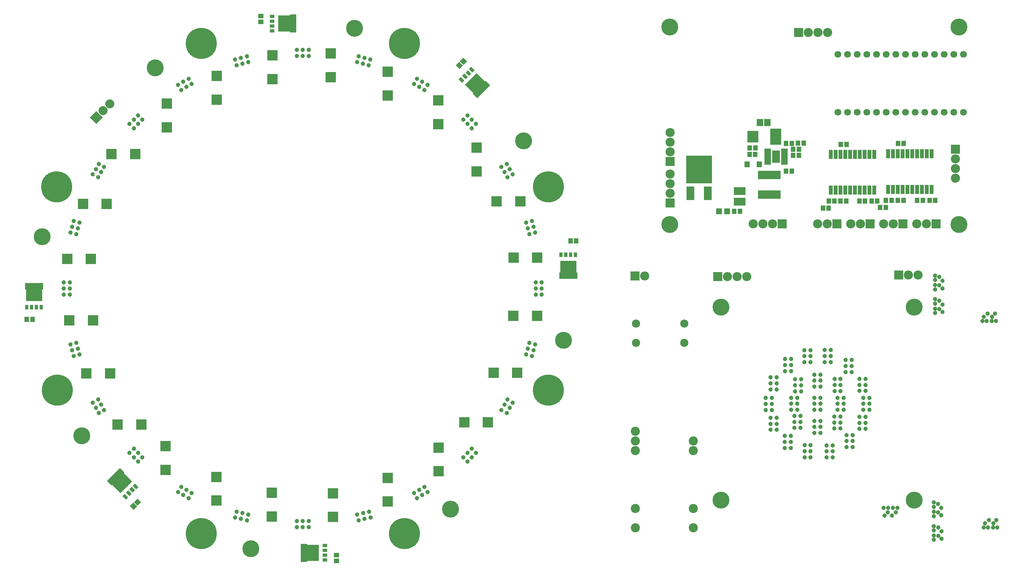
<source format=gbr>
G04 #@! TF.FileFunction,Soldermask,Bot*
%FSLAX46Y46*%
G04 Gerber Fmt 4.6, Leading zero omitted, Abs format (unit mm)*
G04 Created by KiCad (PCBNEW 4.0.1-stable) date 2/3/2016 11:10:25 AM*
%MOMM*%
G01*
G04 APERTURE LIST*
%ADD10C,0.100000*%
%ADD11C,4.464000*%
%ADD12C,8.160000*%
%ADD13C,1.797000*%
%ADD14R,2.950160X3.100020*%
%ADD15R,2.950160X4.199840*%
%ADD16R,3.092400X2.000200*%
%ADD17R,2.000200X3.600400*%
%ADD18R,6.899860X7.400240*%
%ADD19R,5.899100X2.249120*%
%ADD20O,2.398980X2.398980*%
%ADD21R,2.398980X2.398980*%
%ADD22R,1.800000X0.700000*%
%ADD23R,2.050000X3.250000*%
%ADD24C,1.050000*%
%ADD25R,1.000000X2.350000*%
%ADD26R,1.598880X1.598880*%
%ADD27C,2.150000*%
%ADD28C,2.400000*%
%ADD29C,1.136600*%
%ADD30R,2.830000X2.770000*%
%ADD31R,2.770000X2.830000*%
%ADD32R,1.300000X0.850000*%
%ADD33R,1.700000X4.850000*%
%ADD34R,3.450000X4.350000*%
%ADD35R,0.850000X1.300000*%
%ADD36R,4.850000X1.700000*%
%ADD37R,4.350000X3.450000*%
%ADD38R,1.314400X1.619200*%
%ADD39C,2.398980*%
%ADD40R,1.400760X1.299160*%
%ADD41R,1.299160X1.400760*%
%ADD42R,1.700480X1.898600*%
G04 APERTURE END LIST*
D10*
D11*
X159910000Y-103330000D03*
X77770000Y-158210000D03*
X22890000Y-76070000D03*
X52590000Y-31620000D03*
X130210000Y-147780000D03*
X33320000Y-128510000D03*
D12*
X155930000Y-62970000D03*
X64670000Y-154230000D03*
X118130000Y-154230000D03*
X118130000Y-25170000D03*
X155930000Y-116430000D03*
X64670000Y-25170000D03*
X26670000Y-62970000D03*
D11*
X105030000Y-21190000D03*
X149480000Y-50890000D03*
D13*
X262533800Y-28091300D03*
X259993800Y-28091300D03*
X257453800Y-28091300D03*
X254913800Y-28091300D03*
X252373800Y-28091300D03*
X249833800Y-28091300D03*
X247293800Y-28091300D03*
X244753800Y-28091300D03*
X242213800Y-28091300D03*
X239673800Y-28091300D03*
X237133800Y-28091300D03*
X234593800Y-28091300D03*
X232053800Y-28091300D03*
X232053800Y-43331300D03*
X234593800Y-43331300D03*
X237133800Y-43331300D03*
X239673800Y-43331300D03*
X242213800Y-43331300D03*
X244753800Y-43331300D03*
X247293800Y-43331300D03*
X249833800Y-43331300D03*
X252373800Y-43331300D03*
X254913800Y-43331300D03*
X257453800Y-43331300D03*
X259993800Y-43331300D03*
X262533800Y-43331300D03*
X265073800Y-43331300D03*
X265073800Y-28091300D03*
D14*
X209732058Y-49748998D03*
D15*
X215731538Y-49748998D03*
D16*
X206282738Y-66817798D03*
X206282738Y-64023798D03*
D17*
X197898420Y-64664760D03*
X193295940Y-64664760D03*
D18*
X195597180Y-58416360D03*
D19*
X214029738Y-59832798D03*
X214029738Y-64983918D03*
D20*
X187939080Y-59610160D03*
D21*
X187939080Y-67230160D03*
D20*
X187939080Y-64690160D03*
X187939080Y-62150160D03*
X229366480Y-22328040D03*
D21*
X221746480Y-22328040D03*
D20*
X224286480Y-22328040D03*
X226826480Y-22328040D03*
X226775680Y-72665760D03*
D21*
X231855680Y-72665760D03*
D20*
X229315680Y-72665760D03*
X244111180Y-72665760D03*
D21*
X249191180Y-72665760D03*
D20*
X246651180Y-72665760D03*
X235475180Y-72729260D03*
D21*
X240555180Y-72729260D03*
D20*
X238015180Y-72729260D03*
X252797980Y-72716560D03*
D21*
X257877980Y-72716560D03*
D20*
X255337980Y-72716560D03*
D22*
X213610638Y-56759397D03*
X213610638Y-56259397D03*
X213610638Y-55759397D03*
X213610638Y-55259397D03*
X213610638Y-54759397D03*
X218010638Y-54759397D03*
X218010638Y-55259397D03*
X218010638Y-55759397D03*
X218010638Y-56259397D03*
X218010638Y-56759397D03*
X213610638Y-54259397D03*
X213610638Y-53759397D03*
X213610638Y-53259397D03*
X218010638Y-54259397D03*
X218010638Y-53759397D03*
X218010638Y-53259397D03*
D23*
X215810638Y-55009397D03*
D24*
X215810638Y-55009397D03*
X215810638Y-54009397D03*
X215810638Y-56009397D03*
D25*
X230210466Y-54391548D03*
X231480466Y-54391548D03*
X232750466Y-54391548D03*
X234020466Y-54391548D03*
X235290466Y-54391548D03*
X236560466Y-54391548D03*
X237830466Y-54391548D03*
X239100466Y-54391548D03*
X240370466Y-54391548D03*
X241640466Y-54391548D03*
X241640466Y-63791548D03*
X240370466Y-63791548D03*
X239100466Y-63791548D03*
X237830466Y-63791548D03*
X236560466Y-63791548D03*
X235290466Y-63791548D03*
X234020466Y-63791548D03*
X232750466Y-63791548D03*
X231480466Y-63791548D03*
X230210466Y-63791548D03*
X245285366Y-54251848D03*
X246555366Y-54251848D03*
X247825366Y-54251848D03*
X249095366Y-54251848D03*
X250365366Y-54251848D03*
X251635366Y-54251848D03*
X252905366Y-54251848D03*
X254175366Y-54251848D03*
X255445366Y-54251848D03*
X256715366Y-54251848D03*
X256715366Y-63651848D03*
X255445366Y-63651848D03*
X254175366Y-63651848D03*
X252905366Y-63651848D03*
X251635366Y-63651848D03*
X250365366Y-63651848D03*
X249095366Y-63651848D03*
X247825366Y-63651848D03*
X246555366Y-63651848D03*
X245285366Y-63651848D03*
D11*
X263915680Y-72848760D03*
X187915680Y-72848760D03*
X187915680Y-20848760D03*
X263915680Y-20848760D03*
D26*
X202950258Y-69421298D03*
X200852218Y-69421298D03*
D20*
X187977180Y-48662759D03*
D21*
X187977180Y-56282759D03*
D20*
X187977180Y-53742759D03*
X187977180Y-51202759D03*
X209821179Y-72665760D03*
D21*
X217441179Y-72665760D03*
D20*
X214901179Y-72665760D03*
X212361179Y-72665760D03*
X181317943Y-86395805D03*
D21*
X178777943Y-86395805D03*
D20*
X208114943Y-86624405D03*
D21*
X200494943Y-86624405D03*
D20*
X203034943Y-86624405D03*
X205574943Y-86624405D03*
D27*
X179001463Y-104038645D03*
X191701463Y-104038645D03*
X191701463Y-98958645D03*
X179001463Y-98958645D03*
D28*
X178838903Y-127315205D03*
X178838903Y-129855205D03*
X178838903Y-132395205D03*
X178838903Y-147635205D03*
X178838903Y-152715205D03*
X194078903Y-152715205D03*
X194078903Y-147635205D03*
X194078903Y-132395205D03*
X194078903Y-129855205D03*
D11*
X201358543Y-145450805D03*
X201358543Y-94650805D03*
X252158543Y-94650805D03*
X252158543Y-145450805D03*
D20*
X253164383Y-86126565D03*
D21*
X248084383Y-86126565D03*
D20*
X250624383Y-86126565D03*
D29*
X259242603Y-149403045D03*
X258417103Y-148615645D03*
X258417103Y-146418545D03*
X259242603Y-147434545D03*
X257274103Y-147180545D03*
X257274103Y-146037545D03*
X257274103Y-148514045D03*
X257274103Y-149657045D03*
X259308643Y-155610805D03*
X258483143Y-154823405D03*
X258483143Y-152626305D03*
X259308643Y-153642305D03*
X257340143Y-153388305D03*
X257340143Y-152245305D03*
X257340143Y-154721805D03*
X257340143Y-155864805D03*
X273761243Y-150695905D03*
X272973843Y-151521405D03*
X270776743Y-151521405D03*
X271792743Y-150695905D03*
X271538743Y-152664405D03*
X270395743Y-152664405D03*
X272872243Y-152664405D03*
X274015243Y-152664405D03*
X244375983Y-149461465D03*
X245163383Y-148635965D03*
X247360483Y-148635965D03*
X246344483Y-149461465D03*
X246598483Y-147492965D03*
X247741483Y-147492965D03*
X245264983Y-147492965D03*
X244121983Y-147492965D03*
X273428503Y-96327205D03*
X272641103Y-97152705D03*
X270444003Y-97152705D03*
X271460003Y-96327205D03*
X271206003Y-98295705D03*
X270063003Y-98295705D03*
X272539503Y-98295705D03*
X273682503Y-98295705D03*
X259585503Y-95910645D03*
X258760003Y-95123245D03*
X258760003Y-92926145D03*
X259585503Y-93942145D03*
X257617003Y-93688145D03*
X257617003Y-92545145D03*
X257617003Y-95021645D03*
X257617003Y-96164645D03*
X259590583Y-89690185D03*
X258765083Y-88902785D03*
X258765083Y-86705685D03*
X259590583Y-87721685D03*
X257622083Y-87467685D03*
X257622083Y-86324685D03*
X257622083Y-88801185D03*
X257622083Y-89944185D03*
D30*
X98705040Y-34074880D03*
X98705040Y-27834880D03*
D31*
X133833242Y-124929800D03*
X140073242Y-124929800D03*
X40712640Y-112097720D03*
X34472640Y-112097720D03*
D30*
X113721520Y-38885640D03*
X113721520Y-32645640D03*
X127127640Y-131588800D03*
X127127640Y-137828800D03*
D31*
X36242240Y-98127720D03*
X30002240Y-98127720D03*
D30*
X126995560Y-46449760D03*
X126995560Y-40209760D03*
X113680880Y-139554240D03*
X113680880Y-145794240D03*
D31*
X35683440Y-81917440D03*
X29443440Y-81917440D03*
D30*
X137059040Y-58905920D03*
X137059040Y-52665920D03*
X99329880Y-143618240D03*
X99329880Y-149858240D03*
D31*
X39823640Y-67449600D03*
X33583640Y-67449600D03*
X142361680Y-66728240D03*
X148601680Y-66728240D03*
D30*
X83221200Y-143496320D03*
X83221200Y-149736320D03*
D31*
X47296320Y-54312720D03*
X41056320Y-54312720D03*
X146786360Y-81556760D03*
X153026360Y-81556760D03*
D30*
X68692400Y-139305320D03*
X68692400Y-145545320D03*
X55667280Y-47283762D03*
X55667280Y-41043762D03*
D31*
X146731362Y-96898360D03*
X152971362Y-96898360D03*
D30*
X55281200Y-131202720D03*
X55281200Y-137442720D03*
X68743200Y-39999042D03*
X68743200Y-33759042D03*
D31*
X141529442Y-111889440D03*
X147769442Y-111889440D03*
X48906680Y-125529240D03*
X42666680Y-125529240D03*
D30*
X83399000Y-34567640D03*
X83399000Y-28327640D03*
D29*
X92987500Y-26874500D03*
X92987500Y-28462000D03*
X91400000Y-26874500D03*
X91400000Y-28462000D03*
X89812500Y-26874500D03*
X89812500Y-28462000D03*
X36201346Y-119737935D03*
X37576161Y-118944185D03*
X36995096Y-121112750D03*
X38369911Y-120319000D03*
X37788846Y-122487565D03*
X39163661Y-121693815D03*
X145011154Y-122487565D03*
X143636339Y-121693815D03*
X145804904Y-121112750D03*
X144430089Y-120319000D03*
X146598654Y-119737935D03*
X145223839Y-118944185D03*
X76679752Y-28611753D03*
X77090627Y-30145160D03*
X75146345Y-29022628D03*
X75557220Y-30556035D03*
X73612938Y-29433503D03*
X74023813Y-30966911D03*
X45853751Y-133001185D03*
X46976283Y-131878653D03*
X46976283Y-134123717D03*
X48098815Y-133001185D03*
X48098815Y-135246249D03*
X49221347Y-134123717D03*
X151666497Y-107487062D03*
X150133089Y-107076187D03*
X152077372Y-105953655D03*
X150543965Y-105542780D03*
X152488247Y-104420248D03*
X150954840Y-104009373D03*
X61362065Y-34501346D03*
X62155815Y-35876161D03*
X59987250Y-35295096D03*
X60781000Y-36669911D03*
X58612435Y-36088846D03*
X59406185Y-37463661D03*
X58612435Y-143311154D03*
X59406185Y-141936339D03*
X59987250Y-144104904D03*
X60781000Y-142730089D03*
X61362065Y-144898654D03*
X62155815Y-143523839D03*
X154225500Y-91287500D03*
X152638000Y-91287500D03*
X154225500Y-89700000D03*
X152638000Y-89700000D03*
X154225500Y-88112500D03*
X152638000Y-88112500D03*
X48098815Y-44153751D03*
X49221347Y-45276283D03*
X46976283Y-45276283D03*
X48098815Y-46398815D03*
X45853751Y-46398815D03*
X46976283Y-47521347D03*
X73612938Y-149966497D03*
X74023813Y-148433089D03*
X75146345Y-150377372D03*
X75557220Y-148843965D03*
X76679752Y-150788247D03*
X77090627Y-149254840D03*
X152488247Y-74979752D03*
X150954840Y-75390627D03*
X152077372Y-73446345D03*
X150543965Y-73857220D03*
X151666497Y-71912938D03*
X150133089Y-72323813D03*
X37788846Y-56912435D03*
X39163661Y-57706185D03*
X36995096Y-58287250D03*
X38369911Y-59081000D03*
X36201346Y-59662065D03*
X37576161Y-60455815D03*
X89812500Y-152525500D03*
X89812500Y-150938000D03*
X91400000Y-152525500D03*
X91400000Y-150938000D03*
X92987500Y-152525500D03*
X92987500Y-150938000D03*
X146598654Y-59662065D03*
X145223839Y-60455815D03*
X145804904Y-58287250D03*
X144430089Y-59081000D03*
X145011154Y-56912435D03*
X143636339Y-57706185D03*
X31133503Y-71912938D03*
X32666911Y-72323813D03*
X30722628Y-73446345D03*
X32256035Y-73857220D03*
X30311753Y-74979752D03*
X31845160Y-75390627D03*
X106120248Y-150788247D03*
X105709373Y-149254840D03*
X107653655Y-150377372D03*
X107242780Y-148843965D03*
X109187062Y-149966497D03*
X108776187Y-148433089D03*
X136946249Y-46398815D03*
X135823717Y-47521347D03*
X135823717Y-45276283D03*
X134701185Y-46398815D03*
X134701185Y-44153751D03*
X133578653Y-45276283D03*
X28574500Y-88112500D03*
X30162000Y-88112500D03*
X28574500Y-89700000D03*
X30162000Y-89700000D03*
X28574500Y-91287500D03*
X30162000Y-91287500D03*
X121437935Y-144898654D03*
X120644185Y-143523839D03*
X122812750Y-144104904D03*
X122019000Y-142730089D03*
X124187565Y-143311154D03*
X123393815Y-141936339D03*
X124187565Y-36088846D03*
X123393815Y-37463661D03*
X122812750Y-35295096D03*
X122019000Y-36669911D03*
X121437935Y-34501346D03*
X120644185Y-35876161D03*
X30311753Y-104420248D03*
X31845160Y-104009373D03*
X30722628Y-105953655D03*
X32256035Y-105542780D03*
X31133503Y-107487062D03*
X32666911Y-107076187D03*
X134701185Y-135246249D03*
X133578653Y-134123717D03*
X135823717Y-134123717D03*
X134701185Y-133001185D03*
X136946249Y-133001185D03*
X135823717Y-131878653D03*
X109147062Y-29433503D03*
X108736187Y-30966911D03*
X107613655Y-29022628D03*
X107202780Y-30556035D03*
X106080248Y-28611753D03*
X105669373Y-30145160D03*
X87109940Y-21475600D03*
X87935440Y-20688200D03*
X87935440Y-18491100D03*
X87109940Y-19507100D03*
X89078440Y-19253100D03*
X89078440Y-18110100D03*
X89078440Y-20586600D03*
D32*
X83332440Y-20586600D03*
X83332440Y-21856600D03*
X83332440Y-19316600D03*
D33*
X88807440Y-19951600D03*
D34*
X86607440Y-19951600D03*
D32*
X83332440Y-18046600D03*
D29*
X89078440Y-21729600D03*
X159680280Y-84627620D03*
X160467680Y-85453120D03*
X162664780Y-85453120D03*
X161648780Y-84627620D03*
X161902780Y-86596120D03*
X163045780Y-86596120D03*
X160569280Y-86596120D03*
D35*
X160569280Y-80850120D03*
X159299280Y-80850120D03*
X161839280Y-80850120D03*
D36*
X161204280Y-86325120D03*
D37*
X161204280Y-84125120D03*
D35*
X163109280Y-80850120D03*
D29*
X159426280Y-86596120D03*
X22266280Y-90820140D03*
X21478880Y-89994640D03*
X19281780Y-89994640D03*
X20297780Y-90820140D03*
X20043780Y-88851640D03*
X18900780Y-88851640D03*
X21377280Y-88851640D03*
D35*
X21377280Y-94597640D03*
X22647280Y-94597640D03*
X20107280Y-94597640D03*
D36*
X20742280Y-89122640D03*
D37*
X20742280Y-91322640D03*
D35*
X18837280Y-94597640D03*
D29*
X22520280Y-88851640D03*
X136070728Y-37171350D03*
X137211221Y-37198291D03*
X138764805Y-35644706D03*
X137462668Y-35779410D03*
X139034213Y-36991745D03*
X139842436Y-36183522D03*
X138091286Y-37934672D03*
D10*
G36*
X134187350Y-34631776D02*
X133268111Y-33712537D01*
X133869152Y-33111496D01*
X134788391Y-34030735D01*
X134187350Y-34631776D01*
X134187350Y-34631776D01*
G37*
G36*
X133289324Y-35529802D02*
X132370085Y-34610563D01*
X132971126Y-34009522D01*
X133890365Y-34928761D01*
X133289324Y-35529802D01*
X133289324Y-35529802D01*
G37*
G36*
X135085375Y-33733751D02*
X134166136Y-32814512D01*
X134767177Y-32213471D01*
X135686416Y-33132710D01*
X135085375Y-33733751D01*
X135085375Y-33733751D01*
G37*
G36*
X137234980Y-39609808D02*
X136032898Y-38407726D01*
X139462366Y-34978258D01*
X140664448Y-36180340D01*
X137234980Y-39609808D01*
X137234980Y-39609808D01*
G37*
G36*
X136474840Y-38496114D02*
X134035322Y-36056596D01*
X137111236Y-32980682D01*
X139550754Y-35420200D01*
X136474840Y-38496114D01*
X136474840Y-38496114D01*
G37*
G36*
X135983401Y-32835725D02*
X135064162Y-31916486D01*
X135665203Y-31315445D01*
X136584442Y-32234684D01*
X135983401Y-32835725D01*
X135983401Y-32835725D01*
G37*
D29*
X137283063Y-38742895D03*
X93393900Y-157772000D03*
X92568400Y-158559400D03*
X92568400Y-160756500D03*
X93393900Y-159740500D03*
X91425400Y-159994500D03*
X91425400Y-161137500D03*
X91425400Y-158661000D03*
D32*
X97171400Y-158661000D03*
X97171400Y-157391000D03*
X97171400Y-159931000D03*
D33*
X91696400Y-159296000D03*
D34*
X93896400Y-159296000D03*
D32*
X97171400Y-161201000D03*
D29*
X91425400Y-157518000D03*
X44488992Y-139368610D03*
X43348499Y-139341669D03*
X41794915Y-140895254D03*
X43097052Y-140760550D03*
X41525507Y-139548215D03*
X40717284Y-140356438D03*
X42468434Y-138605288D03*
D10*
G36*
X46372370Y-141908184D02*
X47291609Y-142827423D01*
X46690568Y-143428464D01*
X45771329Y-142509225D01*
X46372370Y-141908184D01*
X46372370Y-141908184D01*
G37*
G36*
X47270396Y-141010158D02*
X48189635Y-141929397D01*
X47588594Y-142530438D01*
X46669355Y-141611199D01*
X47270396Y-141010158D01*
X47270396Y-141010158D01*
G37*
G36*
X45474345Y-142806209D02*
X46393584Y-143725448D01*
X45792543Y-144326489D01*
X44873304Y-143407250D01*
X45474345Y-142806209D01*
X45474345Y-142806209D01*
G37*
G36*
X43324740Y-136930152D02*
X44526822Y-138132234D01*
X41097354Y-141561702D01*
X39895272Y-140359620D01*
X43324740Y-136930152D01*
X43324740Y-136930152D01*
G37*
G36*
X44084880Y-138043846D02*
X46524398Y-140483364D01*
X43448484Y-143559278D01*
X41008966Y-141119760D01*
X44084880Y-138043846D01*
X44084880Y-138043846D01*
G37*
G36*
X44576319Y-143704235D02*
X45495558Y-144623474D01*
X44894517Y-145224515D01*
X43975278Y-144305276D01*
X44576319Y-143704235D01*
X44576319Y-143704235D01*
G37*
D29*
X43276657Y-137797065D03*
D38*
X208175038Y-57000699D03*
X211451638Y-57000699D03*
D29*
X225933043Y-118463305D03*
X227520543Y-118463305D03*
X225933043Y-120050805D03*
X227520543Y-120050805D03*
X225933043Y-121638305D03*
X227520543Y-121638305D03*
X219837043Y-118463305D03*
X221424543Y-118463305D03*
X219837043Y-120050805D03*
X221424543Y-120050805D03*
X219837043Y-121638305D03*
X221424543Y-121638305D03*
X213146683Y-118524265D03*
X214734183Y-118524265D03*
X213146683Y-120111765D03*
X214734183Y-120111765D03*
X213146683Y-121699265D03*
X214734183Y-121699265D03*
X237779603Y-123492505D03*
X239367103Y-123492505D03*
X237779603Y-125080005D03*
X239367103Y-125080005D03*
X237779603Y-126667505D03*
X239367103Y-126667505D03*
X220802243Y-113611905D03*
X222389743Y-113611905D03*
X220802243Y-115199405D03*
X222389743Y-115199405D03*
X220802243Y-116786905D03*
X222389743Y-116786905D03*
X214365883Y-113114065D03*
X215953383Y-113114065D03*
X214365883Y-114701565D03*
X215953383Y-114701565D03*
X214365883Y-116289065D03*
X215953383Y-116289065D03*
X234401403Y-128298185D03*
X235988903Y-128298185D03*
X234401403Y-129885685D03*
X235988903Y-129885685D03*
X234401403Y-131473185D03*
X235988903Y-131473185D03*
X225933043Y-112367305D03*
X227520543Y-112367305D03*
X225933043Y-113954805D03*
X227520543Y-113954805D03*
X225933043Y-115542305D03*
X227520543Y-115542305D03*
X218196203Y-108293145D03*
X219783703Y-108293145D03*
X218196203Y-109880645D03*
X219783703Y-109880645D03*
X218196203Y-111468145D03*
X219783703Y-111468145D03*
X229118203Y-131005825D03*
X230705703Y-131005825D03*
X229118203Y-132593325D03*
X230705703Y-132593325D03*
X229118203Y-134180825D03*
X230705703Y-134180825D03*
X231190843Y-113548405D03*
X232778343Y-113548405D03*
X231190843Y-115135905D03*
X232778343Y-115135905D03*
X231190843Y-116723405D03*
X232778343Y-116723405D03*
X223306683Y-105946185D03*
X224894183Y-105946185D03*
X223306683Y-107533685D03*
X224894183Y-107533685D03*
X223306683Y-109121185D03*
X224894183Y-109121185D03*
X223337163Y-130980425D03*
X224924663Y-130980425D03*
X223337163Y-132567925D03*
X224924663Y-132567925D03*
X223337163Y-134155425D03*
X224924663Y-134155425D03*
X232029043Y-118463305D03*
X233616543Y-118463305D03*
X232029043Y-120050805D03*
X233616543Y-120050805D03*
X232029043Y-121638305D03*
X233616543Y-121638305D03*
X228645763Y-105890305D03*
X230233263Y-105890305D03*
X228645763Y-107477805D03*
X230233263Y-107477805D03*
X228645763Y-109065305D03*
X230233263Y-109065305D03*
X218089523Y-128521705D03*
X219677023Y-128521705D03*
X218089523Y-130109205D03*
X219677023Y-130109205D03*
X218089523Y-131696705D03*
X219677023Y-131696705D03*
X231152743Y-123403605D03*
X232740243Y-123403605D03*
X231152743Y-124991105D03*
X232740243Y-124991105D03*
X231152743Y-126578605D03*
X232740243Y-126578605D03*
X234091523Y-108516665D03*
X235679023Y-108516665D03*
X234091523Y-110104165D03*
X235679023Y-110104165D03*
X234091523Y-111691665D03*
X235679023Y-111691665D03*
X214401443Y-123746505D03*
X215988943Y-123746505D03*
X214401443Y-125334005D03*
X215988943Y-125334005D03*
X214401443Y-126921505D03*
X215988943Y-126921505D03*
X225933043Y-124559305D03*
X227520543Y-124559305D03*
X225933043Y-126146805D03*
X227520543Y-126146805D03*
X225933043Y-127734305D03*
X227520543Y-127734305D03*
X237779603Y-113489985D03*
X239367103Y-113489985D03*
X237779603Y-115077485D03*
X239367103Y-115077485D03*
X237779603Y-116664985D03*
X239367103Y-116664985D03*
X220687943Y-123238505D03*
X222275443Y-123238505D03*
X220687943Y-124826005D03*
X222275443Y-124826005D03*
X220687943Y-126413505D03*
X222275443Y-126413505D03*
X238785443Y-118463305D03*
X240372943Y-118463305D03*
X238785443Y-120050805D03*
X240372943Y-120050805D03*
X238785443Y-121638305D03*
X240372943Y-121638305D03*
D20*
X263016400Y-60656640D03*
D21*
X263016400Y-53036640D03*
D20*
X263016400Y-55576640D03*
X263016400Y-58116640D03*
D12*
X26870000Y-116430000D03*
D39*
X40684091Y-41096829D02*
X40684091Y-41096829D01*
D10*
G36*
X37091989Y-42992596D02*
X38788324Y-44688931D01*
X37091989Y-46385266D01*
X35395654Y-44688931D01*
X37091989Y-42992596D01*
X37091989Y-42992596D01*
G37*
D39*
X38888040Y-42892880D02*
X38888040Y-42892880D01*
D40*
X100239200Y-161394040D03*
X100239200Y-159890360D03*
D41*
X219988578Y-51514298D03*
X218484898Y-51514298D03*
X210346738Y-54435297D03*
X208843058Y-54435297D03*
X210389918Y-52720798D03*
X208886238Y-52720798D03*
X220336558Y-54625798D03*
X221840238Y-54625798D03*
X220316238Y-53038298D03*
X221819918Y-53038298D03*
X204832399Y-69421298D03*
X206336079Y-69421298D03*
D40*
X80315440Y-18031360D03*
X80315440Y-19535040D03*
D41*
X163287080Y-77213360D03*
X161783400Y-77213360D03*
X18837280Y-97817840D03*
X20340960Y-97817840D03*
D10*
G36*
X133654032Y-30864735D02*
X132663545Y-29874248D01*
X133582190Y-28955603D01*
X134572677Y-29946090D01*
X133654032Y-30864735D01*
X133654032Y-30864735D01*
G37*
G36*
X132590770Y-31927997D02*
X131600283Y-30937510D01*
X132518928Y-30018865D01*
X133509415Y-31009352D01*
X132590770Y-31927997D01*
X132590770Y-31927997D01*
G37*
G36*
X46829488Y-146046065D02*
X47819975Y-147036552D01*
X46901330Y-147955197D01*
X45910843Y-146964710D01*
X46829488Y-146046065D01*
X46829488Y-146046065D01*
G37*
G36*
X47892750Y-144982803D02*
X48883237Y-145973290D01*
X47964592Y-146891935D01*
X46974105Y-145901448D01*
X47892750Y-144982803D01*
X47892750Y-144982803D01*
G37*
D41*
X221596398Y-51450798D03*
X223100078Y-51450798D03*
X218484898Y-58816798D03*
X219988578Y-58816798D03*
X234363366Y-51783968D03*
X232859686Y-51783968D03*
X237718706Y-66693768D03*
X239222386Y-66693768D03*
X229679606Y-66719168D03*
X231183286Y-66719168D03*
X240931806Y-66693768D03*
X242435486Y-66693768D03*
X232770786Y-66719168D03*
X234274466Y-66719168D03*
X229659286Y-68547968D03*
X228155606Y-68547968D03*
X249374766Y-51517268D03*
X247871086Y-51517268D03*
X252900286Y-66503268D03*
X254403966Y-66503268D03*
X244708786Y-66477868D03*
X246212466Y-66477868D03*
X256176886Y-66503268D03*
X257680566Y-66503268D03*
X247807586Y-66477868D03*
X249311266Y-66477868D03*
X244683386Y-68395568D03*
X243179706Y-68395568D03*
D42*
X211599180Y-46046560D03*
X213504180Y-46046560D03*
M02*

</source>
